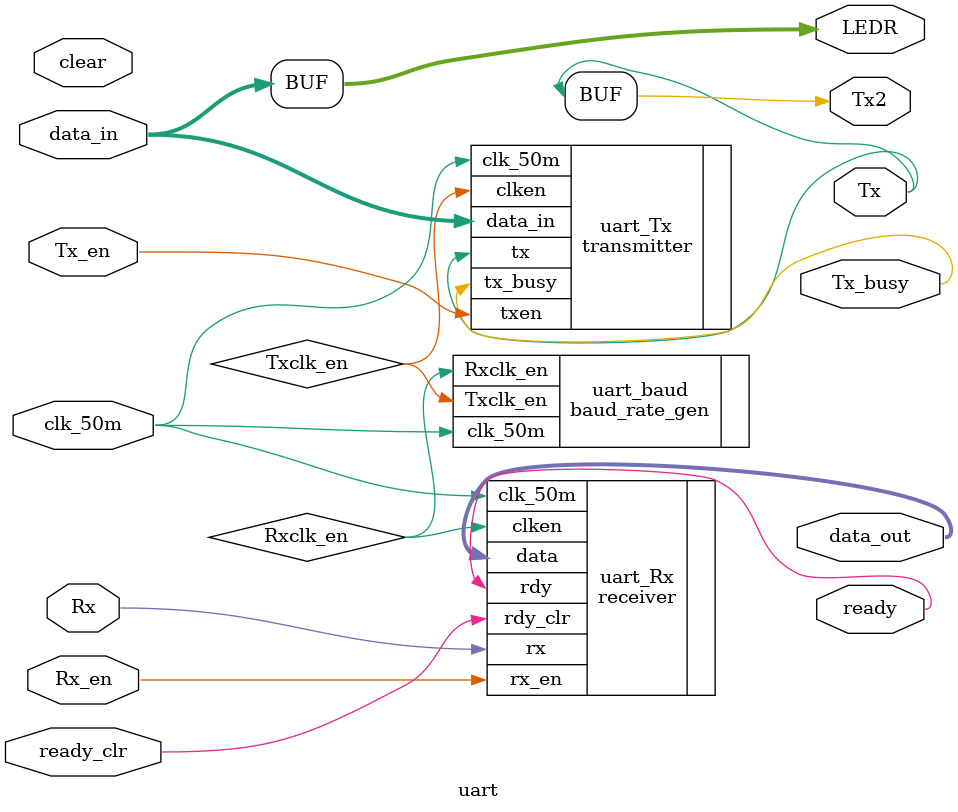
<source format=v>


module uart(
    input wire [7:0] data_in,   // 8-bit input data to be transmitted
    input wire Tx_en,           // Enable signal for transmitter
    input wire clear,           // Not used in this instantiation (consider removal if not required)
    input wire clk_50m,         // System clock at 50 MHz
    output wire Tx,             // Transmitted serial data output
    output wire Tx_busy,        // Signal indicating transmitter is busy
    input wire Rx,              // Received serial data input
    input wire Rx_en,           // Enable signal for receiver
    output wire ready,          // Signal to indicate data is ready to be read
    input wire ready_clr,       // Signal to clear the ready state
    output wire [7:0] data_out, // 8-bit output data received
    output [7:0] LEDR,          // LED output directly reflecting input data (for debugging or status)
    output wire Tx2             // Duplicate of Tx for additional interfacing
);

    // Assign LEDs to mirror input data for visual debugging or demonstration
    assign LEDR = data_in;

    // Duplicate the Tx signal to an additional output pin for further use
    assign Tx2 = Tx;

    // Internal connections for baud rate enable signals
    wire Txclk_en, Rxclk_en;

    // Instantiate the baud rate generator
    baud_rate_gen uart_baud(
        .clk_50m(clk_50m),
        .Rxclk_en(Rxclk_en),    // Enable signal for the receiver clock
        .Txclk_en(Txclk_en)     // Enable signal for the transmitter clock
    );

    // Instantiate the transmitter module
    transmitter uart_Tx(
        .data_in(data_in),
        .txen(Tx_en),
        .clk_50m(clk_50m),
        .clken(Txclk_en),       // Use Tx clock enable for transmitter operation
        .tx(Tx),
        .tx_busy(Tx_busy)
    );

    // Instantiate the receiver module
    receiver uart_Rx(
        .rx(Rx),
        .rx_en(Rx_en),
        .rdy(ready),
        .rdy_clr(ready_clr),
        .clk_50m(clk_50m),
        .clken(Rxclk_en),       // Use Rx clock enable for receiver operation
        .data(data_out)
    );

endmodule
</source>
